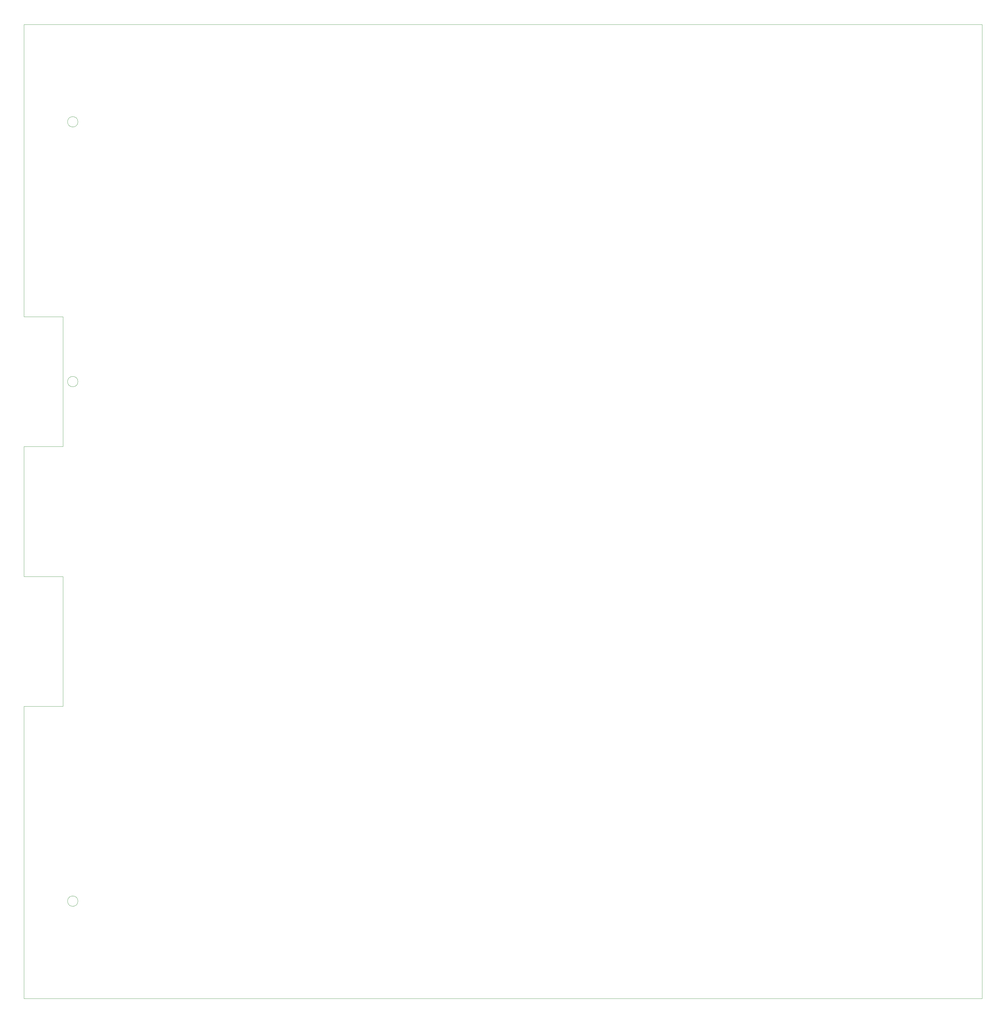
<source format=gbr>
%TF.GenerationSoftware,KiCad,Pcbnew,8.0.2-1*%
%TF.CreationDate,2024-06-21T16:09:21-04:00*%
%TF.ProjectId,OddLayers_3.0mm_SiPM,4f64644c-6179-4657-9273-5f332e306d6d,rev?*%
%TF.SameCoordinates,Original*%
%TF.FileFunction,Profile,NP*%
%FSLAX46Y46*%
G04 Gerber Fmt 4.6, Leading zero omitted, Abs format (unit mm)*
G04 Created by KiCad (PCBNEW 8.0.2-1) date 2024-06-21 16:09:21*
%MOMM*%
%LPD*%
G01*
G04 APERTURE LIST*
%TA.AperFunction,Profile*%
%ADD10C,0.100000*%
%TD*%
%TA.AperFunction,Profile*%
%ADD11C,0.050000*%
%TD*%
G04 APERTURE END LIST*
D10*
X71600000Y-300000000D02*
G75*
G02*
X68400000Y-300000000I-1600000J0D01*
G01*
X68400000Y-300000000D02*
G75*
G02*
X71600000Y-300000000I1600000J0D01*
G01*
X71600000Y-60000000D02*
G75*
G02*
X68400000Y-60000000I-1600000J0D01*
G01*
X68400000Y-60000000D02*
G75*
G02*
X71600000Y-60000000I1600000J0D01*
G01*
D11*
X55000000Y-240000000D02*
X55000000Y-330000000D01*
X67000000Y-120000000D02*
X55000000Y-120000000D01*
X55000000Y-80000000D02*
X55000000Y-120000000D01*
X67000000Y-240000000D02*
X67000000Y-200000000D01*
X55000000Y-160000000D02*
X65000000Y-160000000D01*
X55000000Y-30000000D02*
X350000000Y-30000000D01*
X55000000Y-200000000D02*
X55000000Y-160000000D01*
X55000000Y-80000000D02*
X55000000Y-30000000D01*
X67000000Y-200000000D02*
X55000000Y-200000000D01*
D10*
X71600000Y-140000000D02*
G75*
G02*
X68400000Y-140000000I-1600000J0D01*
G01*
X68400000Y-140000000D02*
G75*
G02*
X71600000Y-140000000I1600000J0D01*
G01*
D11*
X350000000Y-30000000D02*
X350000000Y-330000000D01*
X67000000Y-160000000D02*
X65000000Y-160000000D01*
X67000000Y-160000000D02*
X67000000Y-120000000D01*
X350000000Y-330000000D02*
X55000000Y-330000000D01*
X55000000Y-240000000D02*
X67000000Y-240000000D01*
M02*

</source>
